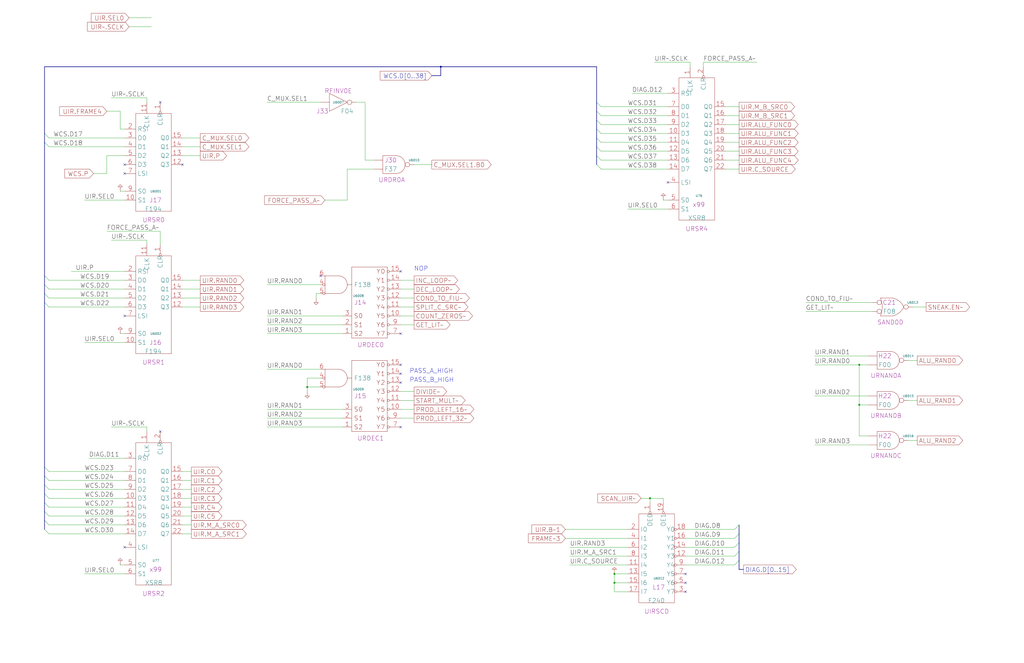
<source format=kicad_sch>
(kicad_sch (version 20230121) (generator eeschema)
  (paper "User" 584.2 378.46)
  (title_block (title "WRITABLE CONTROL STORE\\nMICRO INSTRUCTION REGISTER") (date "22-MAR-90") (rev "1.0") (comment 1 "VALUE") (comment 2 "232-003063") (comment 3 "S400") (comment 4 "RELEASED"))
  (lib_symbols
    (symbol "r1000:F00" (pin_numbers hide) (pin_names hide)
      (property "Reference" "U" (at 15.24 0 0))
      (property "Value" "F00" (at 1.905 -5.08 0))
      (property "Location" "___" (at 1.905 0 0))
      (property "Name" "______" (at 2.54 -12.7 0))
      (symbol "F00_0_1"
        (polyline (pts (xy -2.54 -7.62) (xy 5.08 -7.62)) (stroke (width 0.1524)))
        (polyline (pts (xy -2.54 2.54) (xy -2.54 -7.62)) (stroke (width 0.1524)))
        (polyline (pts (xy -2.54 2.54) (xy 5.08 2.54)) (stroke (width 0.1524)))
        (arc (start 5.08 -7.62) (mid 10.1282 -2.54) (end 5.08 2.54) (stroke (width 0.1524)))
        (circle (center 11.43 -2.54) (radius 1.27) (stroke (width 0.1524)))
      )
      (symbol "F00_0_2"
        (circle (center -3.81 -5.08) (radius 1.27) (stroke (width 0.1524)))
        (circle (center -3.81 0) (radius 1.27) (stroke (width 0.1524)))
        (arc (start -3.175 -7.62) (mid -2.134 -2.54) (end -3.175 2.54) (stroke (width 0.1524)))
        (polyline (pts (xy -3.175 -7.62) (xy 3.81 -7.62)) (stroke (width 0.1524)))
        (polyline (pts (xy -3.175 2.54) (xy 3.81 2.54)) (stroke (width 0.1524)))
        (arc (start 3.81 -7.62) (mid 7.5855 -5.8306) (end 10.16 -2.54) (stroke (width 0.1524)))
        (arc (start 10.16 -2.54) (mid 7.5827 0.7471) (end 3.81 2.54) (stroke (width 0.1524)))
      )
      (symbol "F00_1_1"
        (pin input line (at -7.62 0 0) (length 5.08) (name "D0") (number "1"))
        (pin input line (at -7.62 -5.08 0) (length 5.08) (name "D1") (number "2"))
        (pin output line (at 15.24 -2.54 180) (length 2.54) (name "Q") (number "3"))
      )
      (symbol "F00_1_2"
        (pin input line (at -7.62 0 0) (length 2.54) (name "D0") (number "1"))
        (pin input line (at -7.62 -5.08 0) (length 2.54) (name "D1") (number "2"))
        (pin output line (at 15.24 -2.54 180) (length 5.08) (name "Q") (number "3"))
      )
    )
    (symbol "r1000:F04" (pin_numbers hide) (pin_names hide)
      (property "Reference" "U" (at 0 0 0))
      (property "Value" "F04" (at 1.27 -5.08 0))
      (property "Location" "___" (at -12.7 -5.08 0))
      (property "Name" "______" (at 0 5.08 0))
      (symbol "F04_0_1"
        (polyline (pts (xy -7.62 0) (xy -5.08 0)) (stroke (width 0.1524)))
        (polyline (pts (xy -5.08 5.08) (xy -5.08 -5.08)) (stroke (width 0.1524)))
        (polyline (pts (xy 5.08 0) (xy -5.08 -5.08)) (stroke (width 0.1524)))
        (polyline (pts (xy 5.08 0) (xy -5.08 5.08)) (stroke (width 0.1524)))
        (circle (center 6.35 0) (radius 1.27) (stroke (width 0.1524)))
      )
      (symbol "F04_1_1"
        (pin input line (at -10.16 0 0) (length 2.54) (name "D0") (number "1"))
        (pin output line (at 10.16 0 180) (length 2.54) (name "Q") (number "2"))
      )
    )
    (symbol "r1000:F08" (pin_numbers hide) (pin_names hide)
      (property "Reference" "U" (at 15.24 0 0))
      (property "Value" "F08" (at 1.905 -5.08 0))
      (property "Location" "___" (at 1.905 0 0))
      (property "Name" "______" (at 2.54 -12.7 0))
      (symbol "F08_0_1"
        (polyline (pts (xy -2.54 -7.62) (xy 5.08 -7.62)) (stroke (width 0.1524)))
        (polyline (pts (xy -2.54 2.54) (xy -2.54 -7.62)) (stroke (width 0.1524)))
        (polyline (pts (xy -2.54 2.54) (xy 5.08 2.54)) (stroke (width 0.1524)))
        (arc (start 5.08 -7.62) (mid 10.1282 -2.54) (end 5.08 2.54) (stroke (width 0.1524)))
      )
      (symbol "F08_0_2"
        (circle (center -3.81 -5.08) (radius 1.27) (stroke (width 0.1524)))
        (circle (center -3.81 0) (radius 1.27) (stroke (width 0.1524)))
        (arc (start -3.175 -7.62) (mid -2.134 -2.54) (end -3.175 2.54) (stroke (width 0.1524)))
        (polyline (pts (xy -3.175 -7.62) (xy 3.81 -7.62)) (stroke (width 0.1524)))
        (polyline (pts (xy -3.175 2.54) (xy 3.81 2.54)) (stroke (width 0.1524)))
        (arc (start 3.81 -7.62) (mid 7.5855 -5.8306) (end 10.16 -2.54) (stroke (width 0.1524)))
        (arc (start 10.16 -2.54) (mid 7.5827 0.7471) (end 3.81 2.54) (stroke (width 0.1524)))
        (circle (center 11.43 -2.54) (radius 1.27) (stroke (width 0.1524)))
      )
      (symbol "F08_1_1"
        (pin input line (at -7.62 0 0) (length 5.08) (name "D0") (number "1"))
        (pin input line (at -7.62 -5.08 0) (length 5.08) (name "D1") (number "2"))
        (pin output line (at 15.24 -2.54 180) (length 5.08) (name "Q") (number "3"))
      )
      (symbol "F08_1_2"
        (pin input line (at -7.62 0 0) (length 2.54) (name "D0") (number "1"))
        (pin input line (at -7.62 -5.08 0) (length 2.54) (name "D1") (number "2"))
        (pin output line (at 15.24 -2.54 180) (length 2.54) (name "Q") (number "3"))
      )
    )
    (symbol "r1000:F138" (pin_names (offset 1.016) hide)
      (property "Reference" "U" (at 1.27 3.81 0))
      (property "Value" "F138" (at -1.27 10.16 0))
      (property "Location" "___" (at -1.27 0 0))
      (property "Name" "______" (at 8.255 -24.13 0))
      (symbol "F138_0_0"
        (arc (start -10.16 5.08) (mid -6.5679 6.5679) (end -5.08 10.16) (stroke (width 0.1524)))
        (arc (start -5.08 10.16) (mid -6.5679 13.7521) (end -10.16 15.24) (stroke (width 0.1524)))
        (polyline (pts (xy -17.78 5.08) (xy -10.16 5.08)) (stroke (width 0.1524)))
        (polyline (pts (xy -17.78 15.24) (xy -10.16 15.24)) (stroke (width 0.1524)))
      )
      (symbol "F138_0_1"
        (circle (center -18.415 5.08) (radius 0.635) (stroke (width 0.1524)))
        (circle (center -18.415 10.16) (radius 0.635) (stroke (width 0.1524)))
        (rectangle (start -2.54 20.32) (end 17.78 -20.32) (stroke (width 0.1524)))
        (polyline (pts (xy -19.05 15.24) (xy -17.78 15.24)) (stroke (width 0.1524)))
        (polyline (pts (xy -17.78 15.24) (xy -17.78 5.08)) (stroke (width 0.1524)))
        (polyline (pts (xy -2.54 10.16) (xy -5.08 10.16)) (stroke (width 0.1524)))
      )
      (symbol "F138_1_1"
        (circle (center 18.415 -17.78) (radius 0.635))
        (circle (center 18.415 -12.7) (radius 0.635))
        (circle (center 18.415 -7.62) (radius 0.635))
        (circle (center 18.415 -2.54) (radius 0.635))
        (circle (center 18.415 2.54) (radius 0.635))
        (circle (center 18.415 7.62) (radius 0.635))
        (circle (center 18.415 12.7) (radius 0.635))
        (circle (center 18.415 17.78) (radius 0.635))
        (text "0" (at 2.54 -7.62 0) (effects (font (size 2.54 2.54))))
        (text "0" (at 15.24 17.78 0) (effects (font (size 2.54 2.54))))
        (text "1" (at 2.54 -12.7 0) (effects (font (size 2.54 2.54))))
        (text "1" (at 15.24 12.7 0) (effects (font (size 2.54 2.54))))
        (text "2" (at 2.54 -17.78 0) (effects (font (size 2.54 2.54))))
        (text "2" (at 15.24 7.62 0) (effects (font (size 2.54 2.54))))
        (text "3" (at 15.24 2.54 0) (effects (font (size 2.54 2.54))))
        (text "4" (at 15.24 -2.54 0) (effects (font (size 2.54 2.54))))
        (text "5" (at 15.24 -7.62 0) (effects (font (size 2.54 2.54))))
        (text "6" (at 15.24 -12.7 0) (effects (font (size 2.54 2.54))))
        (text "7" (at 15.24 -17.78 0) (effects (font (size 2.54 2.54))))
        (text "S" (at 0 -17.78 0) (effects (font (size 2.54 2.54))))
        (text "S" (at 0 -12.7 0) (effects (font (size 2.54 2.54))))
        (text "S" (at 0 -7.62 0) (effects (font (size 2.54 2.54))))
        (text "Y" (at 12.7 -17.78 0) (effects (font (size 2.54 2.54))))
        (text "Y" (at 12.7 -12.7 0) (effects (font (size 2.54 2.54))))
        (text "Y" (at 12.7 -7.62 0) (effects (font (size 2.54 2.54))))
        (text "Y" (at 12.7 -2.54 0) (effects (font (size 2.54 2.54))))
        (text "Y" (at 12.7 2.54 0) (effects (font (size 2.54 2.54))))
        (text "Y" (at 12.7 7.62 0) (effects (font (size 2.54 2.54))))
        (text "Y" (at 12.7 12.7 0) (effects (font (size 2.54 2.54))))
        (text "Y" (at 12.7 17.78 0) (effects (font (size 2.54 2.54))))
        (pin input line (at -7.62 -17.78 0) (length 5.08) (name "S2") (number "1"))
        (pin output line (at 25.4 -7.62 180) (length 6.35) (name "Y5_") (number "10"))
        (pin output line (at 25.4 -2.54 180) (length 6.35) (name "Y4_") (number "11"))
        (pin output line (at 25.4 2.54 180) (length 6.35) (name "Y3_") (number "12"))
        (pin output line (at 25.4 7.62 180) (length 6.35) (name "Y2_") (number "13"))
        (pin output line (at 25.4 12.7 180) (length 6.35) (name "Y1_") (number "14"))
        (pin output line (at 25.4 17.78 180) (length 6.35) (name "Y0_") (number "15"))
        (pin input line (at -7.62 -12.7 0) (length 5.08) (name "S1") (number "2"))
        (pin input line (at -7.62 -7.62 0) (length 5.08) (name "S0") (number "3"))
        (pin input line (at -20.32 10.16 0) (length 1.27) (name "D1") (number "4"))
        (pin input line (at -20.32 5.08 0) (length 1.27) (name "D2") (number "5"))
        (pin input line (at -20.32 15.24 0) (length 1.27) (name "D0") (number "6"))
        (pin output line (at 25.4 -17.78 180) (length 6.35) (name "Y7_") (number "7"))
        (pin output line (at 25.4 -12.7 180) (length 6.35) (name "Y6_") (number "9"))
      )
    )
    (symbol "r1000:F194" (pin_names (offset 1.016))
      (property "Reference" "U" (at 2.54 5.08 0))
      (property "Value" "F194" (at -3.81 -5.08 0))
      (property "Location" "___" (at -1.27 0 0))
      (property "Name" "______" (at 1.27 -12.7 0))
      (symbol "F194_1_1"
        (rectangle (start -8.89 49.53) (end 11.43 -6.35))
        (circle (center 5.08 50.165) (radius 0.635))
        (pin input line (at 5.08 55.88 270) (length 5.08) (name "CLR") (number "1"))
        (pin input line (at -15.24 0 0) (length 6.35) (name "S1") (number "10"))
        (pin input line (at -2.54 55.88 270) (length 6.35) (name "CLK") (number "11"))
        (pin output line (at 17.78 20.32 180) (length 6.35) (name "Q3") (number "12"))
        (pin output line (at 17.78 25.4 180) (length 6.35) (name "Q2") (number "13"))
        (pin output line (at 17.78 30.48 180) (length 6.35) (name "Q1") (number "14"))
        (pin output line (at 17.78 35.56 180) (length 6.35) (name "Q0") (number "15"))
        (pin input line (at -15.24 40.64 0) (length 6.35) (name "RSI") (number "2"))
        (pin input line (at -15.24 35.56 0) (length 6.35) (name "D0") (number "3"))
        (pin input line (at -15.24 30.48 0) (length 6.35) (name "D1") (number "4"))
        (pin input line (at -15.24 25.4 0) (length 6.35) (name "D2") (number "5"))
        (pin input line (at -15.24 20.32 0) (length 6.35) (name "D3") (number "6"))
        (pin input line (at -15.24 15.24 0) (length 6.35) (name "LSI") (number "7"))
        (pin input line (at -15.24 5.08 0) (length 6.35) (name "S0") (number "9"))
      )
    )
    (symbol "r1000:F240" (pin_names (offset 1.016))
      (property "Reference" "U" (at 2.54 5.08 0))
      (property "Value" "F240" (at -3.81 -7.62 0))
      (property "Location" "___" (at -1.27 0 0))
      (property "Name" "______" (at 1.27 -15.24 0))
      (symbol "F240_1_1"
        (rectangle (start -8.89 41.91) (end 11.43 -8.89))
        (circle (center -2.54 42.545) (radius 0.635))
        (circle (center 5.08 42.545) (radius 0.635))
        (circle (center 12.065 -2.54) (radius 0.635))
        (circle (center 12.065 2.54) (radius 0.635))
        (circle (center 12.065 7.62) (radius 0.635))
        (circle (center 12.065 12.7) (radius 0.635))
        (circle (center 12.065 17.78) (radius 0.635))
        (circle (center 12.065 22.86) (radius 0.635))
        (circle (center 12.065 27.94) (radius 0.635))
        (circle (center 12.065 33.02) (radius 0.635))
        (pin input line (at -2.54 48.26 270) (length 5.08) (name "OE0") (number "1"))
        (pin input line (at -15.24 12.7 0) (length 6.35) (name "I4") (number "11"))
        (pin tri_state line (at 17.78 17.78 180) (length 5.08) (name "Y3") (number "12"))
        (pin input line (at -15.24 7.62 0) (length 6.35) (name "I5") (number "13"))
        (pin tri_state line (at 17.78 22.86 180) (length 5.08) (name "Y2") (number "14"))
        (pin input line (at -15.24 2.54 0) (length 6.35) (name "I6") (number "15"))
        (pin tri_state line (at 17.78 27.94 180) (length 5.08) (name "Y1") (number "16"))
        (pin input line (at -15.24 -2.54 0) (length 6.35) (name "I7") (number "17"))
        (pin tri_state line (at 17.78 33.02 180) (length 5.08) (name "Y0") (number "18"))
        (pin input line (at 5.08 48.26 270) (length 5.08) (name "OE1") (number "19"))
        (pin input line (at -15.24 33.02 0) (length 6.35) (name "I0") (number "2"))
        (pin tri_state line (at 17.78 -2.54 180) (length 5.08) (name "Y7") (number "3"))
        (pin input line (at -15.24 27.94 0) (length 6.35) (name "I1") (number "4"))
        (pin tri_state line (at 17.78 2.54 180) (length 5.08) (name "Y6") (number "5"))
        (pin input line (at -15.24 22.86 0) (length 6.35) (name "I2") (number "6"))
        (pin tri_state line (at 17.78 7.62 180) (length 5.08) (name "Y5") (number "7"))
        (pin input line (at -15.24 17.78 0) (length 6.35) (name "I3") (number "8"))
        (pin tri_state line (at 17.78 12.7 180) (length 5.08) (name "Y4") (number "9"))
      )
    )
    (symbol "r1000:F37" (pin_numbers hide) (pin_names (offset 0) hide)
      (property "Reference" "U" (at 15.24 0 0))
      (property "Value" "F37" (at 1.905 -5.08 0))
      (property "Location" "___" (at 1.905 0 0))
      (property "Name" "______" (at 2.54 -12.7 0))
      (symbol "F37_0_1"
        (polyline (pts (xy -2.54 -7.62) (xy 5.08 -7.62)) (stroke (width 0.1524)))
        (polyline (pts (xy -2.54 2.54) (xy -2.54 -7.62)) (stroke (width 0.1524)))
        (polyline (pts (xy -2.54 2.54) (xy 5.08 2.54)) (stroke (width 0.1524)))
        (arc (start 5.08 -7.62) (mid 10.1282 -2.54) (end 5.08 2.54) (stroke (width 0.1524)))
        (circle (center 11.43 -2.54) (radius 1.27) (stroke (width 0.1524)))
      )
      (symbol "F37_0_2"
        (circle (center -3.81 -5.08) (radius 1.27) (stroke (width 0.1524)))
        (circle (center -3.81 0) (radius 1.27) (stroke (width 0.1524)))
        (arc (start -3.175 -7.62) (mid -2.134 -2.54) (end -3.175 2.54) (stroke (width 0.1524)))
        (polyline (pts (xy -3.175 -7.62) (xy 3.81 -7.62)) (stroke (width 0.1524)))
        (polyline (pts (xy -3.175 2.54) (xy 3.81 2.54)) (stroke (width 0.1524)))
        (arc (start 3.81 -7.62) (mid 7.5855 -5.8306) (end 10.16 -2.54) (stroke (width 0.1524)))
        (arc (start 10.16 -2.54) (mid 7.5827 0.7471) (end 3.81 2.54) (stroke (width 0.1524)))
      )
      (symbol "F37_1_1"
        (pin input line (at -7.62 0 0) (length 5.08) (name "D0") (number "1"))
        (pin input line (at -7.62 -5.08 0) (length 5.08) (name "D1") (number "2"))
        (pin output line (at 15.24 -2.54 180) (length 2.54) (name "Q") (number "3"))
      )
      (symbol "F37_1_2"
        (pin input line (at -7.62 0 0) (length 2.54) (name "D0") (number "1"))
        (pin input line (at -7.62 -5.08 0) (length 2.54) (name "D1") (number "2"))
        (pin output line (at 15.24 -2.54 180) (length 5.08) (name "Q") (number "3"))
      )
    )
    (symbol "r1000:PD" (power) (pin_numbers hide) (pin_names hide) (in_bom no)
      (symbol "PD_0_1"
        (polyline (pts (xy 0 -2.54) (xy 1.27 -2.54) (xy 0 -3.81) (xy -1.27 -2.54) (xy 0 -2.54)) (stroke (width 0.1524)))
      )
      (symbol "PD_1_1"
        (pin power_in line (at 0 0 270) (length 2.54) (name "PD") (number "1"))
      )
    )
    (symbol "r1000:PU" (power) (pin_numbers hide) (pin_names hide)
      (symbol "PU_0_1"
        (polyline (pts (xy 0 2.54) (xy -1.27 2.54) (xy 0 3.81) (xy 1.27 2.54) (xy 0 2.54)) (stroke (width 0.1524)))
      )
      (symbol "PU_1_1"
        (pin power_in line (at 0 0 90) (length 2.54) (name "PU") (number "1"))
      )
    )
    (symbol "r1000:XSR8" (pin_names (offset 1.016))
      (property "Reference" "U" (at 2.54 5.08 0))
      (property "Value" "XSR8" (at -3.81 -7.62 0))
      (property "Location" "___" (at -1.27 0 0))
      (property "Name" "______" (at 1.27 -15.24 0))
      (symbol "XSR8_1_1"
        (rectangle (start -8.89 72.39) (end 11.43 -8.89))
        (circle (center 5.08 73.025) (radius 0.635))
        (pin input line (at -2.54 78.74 270) (length 6.35) (name "CLK") (number "1"))
        (pin input line (at -15.24 40.64 0) (length 6.35) (name "D3") (number "10"))
        (pin input line (at -15.24 35.56 0) (length 6.35) (name "D4") (number "11"))
        (pin input line (at -15.24 30.48 0) (length 6.35) (name "D5") (number "12"))
        (pin input line (at -15.24 25.4 0) (length 6.35) (name "D6") (number "13"))
        (pin input line (at -15.24 20.32 0) (length 6.35) (name "D7") (number "14"))
        (pin output line (at 17.78 55.88 180) (length 6.35) (name "Q0") (number "15"))
        (pin output line (at 17.78 50.8 180) (length 6.35) (name "Q1") (number "16"))
        (pin output line (at 17.78 45.72 180) (length 6.35) (name "Q2") (number "17"))
        (pin output line (at 17.78 40.64 180) (length 6.35) (name "Q3") (number "18"))
        (pin output line (at 17.78 35.56 180) (length 6.35) (name "Q4") (number "19"))
        (pin input line (at 5.08 78.74 270) (length 5.08) (name "CLR") (number "2"))
        (pin output line (at 17.78 30.48 180) (length 6.35) (name "Q5") (number "20"))
        (pin output line (at 17.78 25.4 180) (length 6.35) (name "Q6") (number "21"))
        (pin output line (at 17.78 20.32 180) (length 6.35) (name "Q7") (number "22"))
        (pin input line (at -15.24 63.5 0) (length 6.35) (name "RSI") (number "3"))
        (pin input line (at -15.24 12.7 0) (length 6.35) (name "LSI") (number "4"))
        (pin input line (at -15.24 2.54 0) (length 6.35) (name "S0") (number "5"))
        (pin input line (at -15.24 -2.54 0) (length 6.35) (name "S1") (number "6"))
        (pin input line (at -15.24 55.88 0) (length 6.35) (name "D0") (number "7"))
        (pin input line (at -15.24 50.8 0) (length 6.35) (name "D1") (number "8"))
        (pin input line (at -15.24 45.72 0) (length 6.35) (name "D2") (number "9"))
      )
    )
  )
  (junction (at 490.22 208.28))
  (junction (at 251.46 38.1))
  (junction (at 350.52 332.74))
  (junction (at 370.84 284.48))
  (junction (at 490.22 231.14))
  (junction (at 350.52 327.66))
  (junction (at 175.26 220.98))
  (no_connect (at 391.16 327.66))
  (no_connect (at 71.12 93.98))
  (no_connect (at 91.44 246.38))
  (no_connect (at 228.6 218.44))
  (no_connect (at 71.12 99.06))
  (no_connect (at 228.6 208.28))
  (no_connect (at 391.16 332.74))
  (no_connect (at 91.44 58.42))
  (no_connect (at 71.12 180.34))
  (no_connect (at 228.6 190.5))
  (no_connect (at 228.6 213.36))
  (no_connect (at 391.16 337.82))
  (no_connect (at 182.88 157.48))
  (no_connect (at 228.6 243.84))
  (no_connect (at 71.12 312.42))
  (no_connect (at 381 104.14))
  (no_connect (at 228.6 154.94))
  (no_connect (at 104.14 93.98))
  (bus_entry (at 25.4 81.28) (size 2.54 2.54))
  (bus_entry (at 421.64 304.8) (size -2.54 2.54))
  (bus_entry (at 25.4 162.56) (size 2.54 2.54))
  (bus_entry (at 25.4 167.64) (size 2.54 2.54))
  (bus_entry (at 25.4 276.86) (size 2.54 2.54))
  (bus_entry (at 340.36 78.74) (size 2.54 2.54))
  (bus_entry (at 421.64 309.88) (size -2.54 2.54))
  (bus_entry (at 25.4 302.26) (size 2.54 2.54))
  (bus_entry (at 25.4 266.7) (size 2.54 2.54))
  (bus_entry (at 25.4 297.18) (size 2.54 2.54))
  (bus_entry (at 421.64 299.72) (size -2.54 2.54))
  (bus_entry (at 340.36 73.66) (size 2.54 2.54))
  (bus_entry (at 25.4 271.78) (size 2.54 2.54))
  (bus_entry (at 25.4 292.1) (size 2.54 2.54))
  (bus_entry (at 340.36 88.9) (size 2.54 2.54))
  (bus_entry (at 421.64 320.04) (size -2.54 2.54))
  (bus_entry (at 340.36 68.58) (size 2.54 2.54))
  (bus_entry (at 340.36 93.98) (size 2.54 2.54))
  (bus_entry (at 25.4 76.2) (size 2.54 2.54))
  (bus_entry (at 340.36 63.5) (size 2.54 2.54))
  (bus_entry (at 25.4 157.48) (size 2.54 2.54))
  (bus_entry (at 340.36 58.42) (size 2.54 2.54))
  (bus_entry (at 421.64 314.96) (size -2.54 2.54))
  (bus_entry (at 25.4 287.02) (size 2.54 2.54))
  (bus_entry (at 25.4 172.72) (size 2.54 2.54))
  (bus_entry (at 340.36 83.82) (size 2.54 2.54))
  (bus_entry (at 25.4 281.94) (size 2.54 2.54))
  (bus (pts (xy 251.46 43.18) (xy 251.46 38.1)))
  (wire (pts (xy 342.9 66.04) (xy 381 66.04)))
  (wire (pts (xy 27.94 269.24) (xy 71.12 269.24)))
  (bus (pts (xy 421.64 309.88) (xy 421.64 314.96)))
  (wire (pts (xy 325.12 317.5) (xy 358.14 317.5)))
  (wire (pts (xy 203.2 58.42) (xy 208.28 58.42)))
  (bus (pts (xy 25.4 292.1) (xy 25.4 297.18)))
  (bus (pts (xy 421.64 314.96) (xy 421.64 320.04)))
  (wire (pts (xy 208.28 91.44) (xy 213.36 91.44)))
  (wire (pts (xy 459.74 177.8) (xy 497.84 177.8)))
  (wire (pts (xy 322.58 302.26) (xy 358.14 302.26)))
  (wire (pts (xy 393.7 35.56) (xy 393.7 38.1)))
  (bus (pts (xy 340.36 73.66) (xy 340.36 78.74)))
  (wire (pts (xy 350.52 332.74) (xy 350.52 327.66)))
  (wire (pts (xy 152.4 185.42) (xy 195.58 185.42)))
  (wire (pts (xy 378.46 284.48) (xy 378.46 287.02)))
  (wire (pts (xy 27.94 160.02) (xy 71.12 160.02)))
  (wire (pts (xy 378.46 114.3) (xy 381 114.3)))
  (wire (pts (xy 83.82 139.7) (xy 83.82 137.16)))
  (wire (pts (xy 73.66 15.24) (xy 86.36 15.24)))
  (bus (pts (xy 421.64 304.8) (xy 421.64 309.88)))
  (wire (pts (xy 50.8 261.62) (xy 71.12 261.62)))
  (bus (pts (xy 251.46 38.1) (xy 340.36 38.1)))
  (wire (pts (xy 152.4 180.34) (xy 195.58 180.34)))
  (wire (pts (xy 152.4 190.5) (xy 195.58 190.5)))
  (wire (pts (xy 104.14 269.24) (xy 109.22 269.24)))
  (wire (pts (xy 520.7 175.26) (xy 528.32 175.26)))
  (wire (pts (xy 518.16 205.74) (xy 523.24 205.74)))
  (wire (pts (xy 401.32 35.56) (xy 401.32 38.1)))
  (bus (pts (xy 340.36 63.5) (xy 340.36 68.58)))
  (bus (pts (xy 25.4 172.72) (xy 25.4 266.7)))
  (wire (pts (xy 490.22 231.14) (xy 495.3 231.14)))
  (wire (pts (xy 228.6 185.42) (xy 236.22 185.42)))
  (wire (pts (xy 104.14 304.8) (xy 109.22 304.8)))
  (bus (pts (xy 25.4 38.1) (xy 25.4 76.2)))
  (wire (pts (xy 342.9 71.12) (xy 381 71.12)))
  (wire (pts (xy 152.4 210.82) (xy 182.88 210.82)))
  (wire (pts (xy 342.9 76.2) (xy 381 76.2)))
  (wire (pts (xy 208.28 58.42) (xy 208.28 91.44)))
  (wire (pts (xy 213.36 96.52) (xy 198.12 96.52)))
  (wire (pts (xy 60.96 88.9) (xy 71.12 88.9)))
  (wire (pts (xy 27.94 83.82) (xy 71.12 83.82)))
  (wire (pts (xy 228.6 170.18) (xy 236.22 170.18)))
  (wire (pts (xy 228.6 175.26) (xy 236.22 175.26)))
  (wire (pts (xy 518.16 228.6) (xy 523.24 228.6)))
  (wire (pts (xy 104.14 88.9) (xy 114.3 88.9)))
  (wire (pts (xy 228.6 228.6) (xy 236.22 228.6)))
  (wire (pts (xy 325.12 322.58) (xy 358.14 322.58)))
  (bus (pts (xy 25.4 276.86) (xy 25.4 281.94)))
  (wire (pts (xy 104.14 279.4) (xy 109.22 279.4)))
  (wire (pts (xy 152.4 58.42) (xy 182.88 58.42)))
  (wire (pts (xy 236.22 93.98) (xy 246.38 93.98)))
  (wire (pts (xy 228.6 160.02) (xy 236.22 160.02)))
  (wire (pts (xy 68.58 190.5) (xy 71.12 190.5)))
  (wire (pts (xy 91.44 132.08) (xy 91.44 139.7)))
  (wire (pts (xy 391.16 312.42) (xy 419.1 312.42)))
  (wire (pts (xy 60.96 99.06) (xy 60.96 88.9)))
  (wire (pts (xy 68.58 63.5) (xy 68.58 73.66)))
  (bus (pts (xy 25.4 157.48) (xy 25.4 162.56)))
  (wire (pts (xy 60.96 132.08) (xy 91.44 132.08)))
  (wire (pts (xy 175.26 220.98) (xy 182.88 220.98)))
  (wire (pts (xy 350.52 332.74) (xy 358.14 332.74)))
  (wire (pts (xy 175.26 223.52) (xy 175.26 220.98)))
  (wire (pts (xy 152.4 233.68) (xy 195.58 233.68)))
  (bus (pts (xy 25.4 81.28) (xy 25.4 157.48)))
  (wire (pts (xy 68.58 109.22) (xy 71.12 109.22)))
  (wire (pts (xy 464.82 226.06) (xy 495.3 226.06)))
  (wire (pts (xy 391.16 317.5) (xy 419.1 317.5)))
  (wire (pts (xy 175.26 215.9) (xy 182.88 215.9)))
  (wire (pts (xy 180.34 167.64) (xy 180.34 170.18)))
  (bus (pts (xy 340.36 88.9) (xy 340.36 93.98)))
  (wire (pts (xy 27.94 289.56) (xy 71.12 289.56)))
  (wire (pts (xy 104.14 78.74) (xy 114.3 78.74)))
  (bus (pts (xy 25.4 271.78) (xy 25.4 276.86)))
  (wire (pts (xy 27.94 279.4) (xy 71.12 279.4)))
  (wire (pts (xy 414.02 91.44) (xy 421.64 91.44)))
  (wire (pts (xy 185.42 114.3) (xy 198.12 114.3)))
  (bus (pts (xy 25.4 297.18) (xy 25.4 302.26)))
  (wire (pts (xy 342.9 86.36) (xy 381 86.36)))
  (wire (pts (xy 27.94 170.18) (xy 71.12 170.18)))
  (wire (pts (xy 63.5 55.88) (xy 83.82 55.88)))
  (wire (pts (xy 342.9 60.96) (xy 381 60.96)))
  (wire (pts (xy 495.3 248.92) (xy 490.22 248.92)))
  (bus (pts (xy 25.4 281.94) (xy 25.4 287.02)))
  (bus (pts (xy 421.64 299.72) (xy 421.64 304.8)))
  (wire (pts (xy 414.02 66.04) (xy 421.64 66.04)))
  (wire (pts (xy 152.4 162.56) (xy 182.88 162.56)))
  (wire (pts (xy 104.14 289.56) (xy 109.22 289.56)))
  (wire (pts (xy 228.6 165.1) (xy 236.22 165.1)))
  (wire (pts (xy 342.9 81.28) (xy 381 81.28)))
  (wire (pts (xy 414.02 81.28) (xy 421.64 81.28)))
  (wire (pts (xy 490.22 248.92) (xy 490.22 231.14)))
  (wire (pts (xy 370.84 284.48) (xy 378.46 284.48)))
  (wire (pts (xy 464.82 203.2) (xy 495.3 203.2)))
  (bus (pts (xy 421.64 325.12) (xy 424.18 325.12)))
  (wire (pts (xy 27.94 78.74) (xy 71.12 78.74)))
  (bus (pts (xy 25.4 76.2) (xy 25.4 81.28)))
  (wire (pts (xy 228.6 180.34) (xy 236.22 180.34)))
  (wire (pts (xy 228.6 238.76) (xy 236.22 238.76)))
  (bus (pts (xy 25.4 38.1) (xy 251.46 38.1)))
  (wire (pts (xy 182.88 167.64) (xy 180.34 167.64)))
  (wire (pts (xy 490.22 231.14) (xy 490.22 208.28)))
  (wire (pts (xy 228.6 223.52) (xy 236.22 223.52)))
  (wire (pts (xy 360.68 53.34) (xy 381 53.34)))
  (wire (pts (xy 27.94 274.32) (xy 71.12 274.32)))
  (bus (pts (xy 340.36 83.82) (xy 340.36 88.9)))
  (wire (pts (xy 27.94 165.1) (xy 71.12 165.1)))
  (wire (pts (xy 48.26 327.66) (xy 71.12 327.66)))
  (wire (pts (xy 414.02 76.2) (xy 421.64 76.2)))
  (wire (pts (xy 414.02 86.36) (xy 421.64 86.36)))
  (wire (pts (xy 175.26 220.98) (xy 175.26 215.9)))
  (wire (pts (xy 40.64 154.94) (xy 71.12 154.94)))
  (wire (pts (xy 68.58 322.58) (xy 71.12 322.58)))
  (wire (pts (xy 228.6 233.68) (xy 236.22 233.68)))
  (bus (pts (xy 25.4 266.7) (xy 25.4 271.78)))
  (wire (pts (xy 27.94 175.26) (xy 71.12 175.26)))
  (bus (pts (xy 246.38 43.18) (xy 251.46 43.18)))
  (wire (pts (xy 464.82 208.28) (xy 490.22 208.28)))
  (wire (pts (xy 53.34 99.06) (xy 60.96 99.06)))
  (wire (pts (xy 27.94 304.8) (xy 71.12 304.8)))
  (wire (pts (xy 350.52 327.66) (xy 358.14 327.66)))
  (wire (pts (xy 83.82 58.42) (xy 83.82 55.88)))
  (wire (pts (xy 342.9 96.52) (xy 381 96.52)))
  (wire (pts (xy 414.02 96.52) (xy 421.64 96.52)))
  (wire (pts (xy 391.16 307.34) (xy 419.1 307.34)))
  (wire (pts (xy 104.14 299.72) (xy 109.22 299.72)))
  (wire (pts (xy 365.76 284.48) (xy 370.84 284.48)))
  (wire (pts (xy 358.14 337.82) (xy 350.52 337.82)))
  (wire (pts (xy 104.14 284.48) (xy 109.22 284.48)))
  (wire (pts (xy 431.8 35.56) (xy 401.32 35.56)))
  (wire (pts (xy 518.16 251.46) (xy 523.24 251.46)))
  (wire (pts (xy 104.14 274.32) (xy 109.22 274.32)))
  (wire (pts (xy 373.38 35.56) (xy 393.7 35.56)))
  (wire (pts (xy 391.16 322.58) (xy 419.1 322.58)))
  (bus (pts (xy 340.36 38.1) (xy 340.36 58.42)))
  (wire (pts (xy 464.82 254) (xy 495.3 254)))
  (wire (pts (xy 27.94 284.48) (xy 71.12 284.48)))
  (wire (pts (xy 414.02 60.96) (xy 421.64 60.96)))
  (wire (pts (xy 27.94 294.64) (xy 71.12 294.64)))
  (wire (pts (xy 358.14 119.38) (xy 381 119.38)))
  (wire (pts (xy 104.14 294.64) (xy 109.22 294.64)))
  (bus (pts (xy 340.36 78.74) (xy 340.36 83.82)))
  (wire (pts (xy 322.58 307.34) (xy 358.14 307.34)))
  (wire (pts (xy 104.14 165.1) (xy 114.3 165.1)))
  (bus (pts (xy 25.4 162.56) (xy 25.4 167.64)))
  (bus (pts (xy 25.4 167.64) (xy 25.4 172.72)))
  (wire (pts (xy 48.26 195.58) (xy 71.12 195.58)))
  (wire (pts (xy 63.5 243.84) (xy 83.82 243.84)))
  (wire (pts (xy 63.5 137.16) (xy 83.82 137.16)))
  (wire (pts (xy 198.12 96.52) (xy 198.12 114.3)))
  (wire (pts (xy 83.82 243.84) (xy 83.82 246.38)))
  (wire (pts (xy 350.52 337.82) (xy 350.52 332.74)))
  (wire (pts (xy 325.12 312.42) (xy 358.14 312.42)))
  (wire (pts (xy 60.96 63.5) (xy 68.58 63.5)))
  (wire (pts (xy 104.14 170.18) (xy 114.3 170.18)))
  (wire (pts (xy 152.4 238.76) (xy 195.58 238.76)))
  (wire (pts (xy 342.9 91.44) (xy 381 91.44)))
  (wire (pts (xy 104.14 83.82) (xy 114.3 83.82)))
  (wire (pts (xy 73.66 10.16) (xy 86.36 10.16)))
  (wire (pts (xy 104.14 160.02) (xy 114.3 160.02)))
  (wire (pts (xy 48.26 114.3) (xy 71.12 114.3)))
  (bus (pts (xy 340.36 68.58) (xy 340.36 73.66)))
  (wire (pts (xy 414.02 71.12) (xy 421.64 71.12)))
  (bus (pts (xy 25.4 287.02) (xy 25.4 292.1)))
  (wire (pts (xy 68.58 73.66) (xy 71.12 73.66)))
  (wire (pts (xy 152.4 243.84) (xy 195.58 243.84)))
  (wire (pts (xy 104.14 175.26) (xy 114.3 175.26)))
  (wire (pts (xy 391.16 302.26) (xy 419.1 302.26)))
  (wire (pts (xy 27.94 299.72) (xy 71.12 299.72)))
  (bus (pts (xy 421.64 320.04) (xy 421.64 325.12)))
  (wire (pts (xy 459.74 172.72) (xy 497.84 172.72)))
  (wire (pts (xy 490.22 208.28) (xy 495.3 208.28)))
  (wire (pts (xy 370.84 284.48) (xy 370.84 287.02)))
  (bus (pts (xy 340.36 58.42) (xy 340.36 63.5)))
  (text "PASS_A_HIGH\n" (at 233.68 213.36 0) (effects (font (size 2.54 2.54)) (justify left bottom)))
  (text "NOP\n" (at 236.22 154.94 0) (effects (font (size 2.54 2.54)) (justify left bottom)))
  (text "PASS_B_HIGH\n" (at 233.68 218.44 0) (effects (font (size 2.54 2.54)) (justify left bottom)))
  (label "WCS.D33" (at 358.14 71.12 0) (effects (font (size 2.54 2.54))))
  (label "UIR~.SCLK" (at 63.5 243.84 0) (effects (font (size 2.54 2.54))))
  (label "UIR.RAND3" (at 152.4 243.84 0) (effects (font (size 2.54 2.54))))
  (label "UIR.RAND0" (at 152.4 210.82 0) (effects (font (size 2.54 2.54))))
  (label "UIR.RAND1" (at 464.82 203.2 0) (effects (font (size 2.54 2.54))))
  (label "DIAG.D9" (at 396.24 307.34 0) (effects (font (size 2.54 2.54))))
  (label "UIR~.SCLK" (at 63.5 137.16 0) (effects (font (size 2.54 2.54))))
  (label "WCS.D18" (at 30.48 83.82 0) (effects (font (size 2.54 2.54))))
  (label "WCS.D32" (at 358.14 66.04 0) (effects (font (size 2.54 2.54))))
  (label "WCS.D20" (at 45.72 165.1 0) (effects (font (size 2.54 2.54))))
  (label "DIAG.D10" (at 396.24 312.42 0) (effects (font (size 2.54 2.54))))
  (label "DIAG.D12" (at 360.68 53.34 0) (effects (font (size 2.54 2.54))))
  (label "UIR.RAND3" (at 325.12 312.42 0) (effects (font (size 2.54 2.54))))
  (label "WCS.D26" (at 48.26 284.48 0) (effects (font (size 2.54 2.54))))
  (label "WCS.D28" (at 48.26 294.64 0) (effects (font (size 2.54 2.54))))
  (label "UIR.P" (at 43.18 154.94 0) (effects (font (size 2.54 2.54))))
  (label "UIR.SEL0" (at 48.26 327.66 0) (effects (font (size 2.54 2.54))))
  (label "WCS.D34" (at 358.14 76.2 0) (effects (font (size 2.54 2.54))))
  (label "DIAG.D12" (at 396.24 322.58 0) (effects (font (size 2.54 2.54))))
  (label "COND_TO_FIU~" (at 459.74 172.72 0) (effects (font (size 2.54 2.54))))
  (label "WCS.D19" (at 45.72 160.02 0) (effects (font (size 2.54 2.54))))
  (label "UIR.RAND1" (at 152.4 180.34 0) (effects (font (size 2.54 2.54))))
  (label "UIR.RAND0" (at 152.4 162.56 0) (effects (font (size 2.54 2.54))))
  (label "WCS.D31" (at 358.14 60.96 0) (effects (font (size 2.54 2.54))))
  (label "UIR.RAND2" (at 464.82 226.06 0) (effects (font (size 2.54 2.54))))
  (label "UIR~.SCLK" (at 373.38 35.56 0) (effects (font (size 2.54 2.54))))
  (label "GET_LIT~" (at 459.74 177.8 0) (effects (font (size 2.54 2.54))))
  (label "UIR.RAND3" (at 464.82 254 0) (effects (font (size 2.54 2.54))))
  (label "WCS.D17" (at 30.48 78.74 0) (effects (font (size 2.54 2.54))))
  (label "UIR.SEL0" (at 48.26 114.3 0) (effects (font (size 2.54 2.54))))
  (label "UIR.M_A_SRC1" (at 325.12 317.5 0) (effects (font (size 2.54 2.54))))
  (label "UIR.SEL0" (at 48.26 195.58 0) (effects (font (size 2.54 2.54))))
  (label "DIAG.D11" (at 396.24 317.5 0) (effects (font (size 2.54 2.54))))
  (label "WCS.D35" (at 358.14 81.28 0) (effects (font (size 2.54 2.54))))
  (label "DIAG.D11" (at 50.8 261.62 0) (effects (font (size 2.54 2.54))))
  (label "WCS.D23" (at 48.26 269.24 0) (effects (font (size 2.54 2.54))))
  (label "WCS.D24" (at 48.26 274.32 0) (effects (font (size 2.54 2.54))))
  (label "UIR.C_SOURCE" (at 325.12 322.58 0) (effects (font (size 2.54 2.54))))
  (label "WCS.D38" (at 358.14 96.52 0) (effects (font (size 2.54 2.54))))
  (label "WCS.D22" (at 45.72 175.26 0) (effects (font (size 2.54 2.54))))
  (label "WCS.D27" (at 48.26 289.56 0) (effects (font (size 2.54 2.54))))
  (label "UIR.RAND2" (at 152.4 185.42 0) (effects (font (size 2.54 2.54))))
  (label "UIR.SEL0" (at 358.14 119.38 0) (effects (font (size 2.54 2.54))))
  (label "WCS.D37" (at 358.14 91.44 0) (effects (font (size 2.54 2.54))))
  (label "DIAG.D8" (at 396.24 302.26 0) (effects (font (size 2.54 2.54))))
  (label "WCS.D30" (at 48.26 304.8 0) (effects (font (size 2.54 2.54))))
  (label "UIR.RAND0" (at 464.82 208.28 0) (effects (font (size 2.54 2.54))))
  (label "FORCE_PASS_A~" (at 60.96 132.08 0) (effects (font (size 2.54 2.54))))
  (label "WCS.D25" (at 48.26 279.4 0) (effects (font (size 2.54 2.54))))
  (label "UIR.RAND1" (at 152.4 233.68 0) (effects (font (size 2.54 2.54))))
  (label "WCS.D29" (at 48.26 299.72 0) (effects (font (size 2.54 2.54))))
  (label "WCS.D36" (at 358.14 86.36 0) (effects (font (size 2.54 2.54))))
  (label "UIR~.SCLK" (at 63.5 55.88 0) (effects (font (size 2.54 2.54))))
  (label "UIR.RAND3" (at 152.4 190.5 0) (effects (font (size 2.54 2.54))))
  (label "UIR.RAND2" (at 152.4 238.76 0) (effects (font (size 2.54 2.54))))
  (label "FORCE_PASS_A~" (at 401.32 35.56 0) (effects (font (size 2.54 2.54))))
  (label "C_MUX.SEL1" (at 152.4 58.42 0) (effects (font (size 2.54 2.54))))
  (label "WCS.D21" (at 45.72 170.18 0) (effects (font (size 2.54 2.54))))
  (global_label "WCS.P" (shape input) (at 53.34 99.06 180) (effects (font (size 2.54 2.54))) (property "Intersheetrefs" "${INTERSHEET_REFS}" (at 36.9026 98.9013 0) (effects (font (size 1.905 1.905)) (justify right))))
  (global_label "UIR.C0" (shape output) (at 109.22 269.24 0) (effects (font (size 2.54 2.54))) (property "Intersheetrefs" "${INTERSHEET_REFS}" (at 126.625 269.0813 0) (effects (font (size 1.905 1.905)) (justify left))))
  (global_label "UIR.M_A_SRC0" (shape output) (at 109.22 299.72 0) (effects (font (size 2.54 2.54))) (property "Intersheetrefs" "${INTERSHEET_REFS}" (at 140.5346 299.5613 0) (effects (font (size 1.905 1.905)) (justify left))))
  (global_label "UIR.C4" (shape output) (at 109.22 289.56 0) (effects (font (size 2.54 2.54))) (property "Intersheetrefs" "${INTERSHEET_REFS}" (at 126.625 289.4013 0) (effects (font (size 1.905 1.905)) (justify left))))
  (global_label "C_MUX.SEL1" (shape output) (at 114.3 83.82 0) (effects (font (size 2.54 2.54))) (property "Intersheetrefs" "${INTERSHEET_REFS}" (at 141.986 83.6613 0) (effects (font (size 1.905 1.905)) (justify left))))
  (global_label "UIR.M_A_SRC1" (shape output) (at 109.22 304.8 0) (effects (font (size 2.54 2.54))) (property "Intersheetrefs" "${INTERSHEET_REFS}" (at 140.5346 304.6413 0) (effects (font (size 1.905 1.905)) (justify left))))
  (global_label "C_MUX.SEL1.B0" (shape output) (at 246.38 93.98 0) (effects (font (size 2.54 2.54))) (property "Intersheetrefs" "${INTERSHEET_REFS}" (at 280.2346 93.8213 0) (effects (font (size 1.905 1.905)) (justify left))))
  (global_label "UIR.M_B_SRC0" (shape output) (at 421.64 60.96 0) (effects (font (size 2.54 2.54))) (property "Intersheetrefs" "${INTERSHEET_REFS}" (at 453.3174 60.8013 0) (effects (font (size 1.905 1.905)) (justify left))))
  (global_label "UIR.C3" (shape output) (at 109.22 284.48 0) (effects (font (size 2.54 2.54))) (property "Intersheetrefs" "${INTERSHEET_REFS}" (at 126.625 284.3213 0) (effects (font (size 1.905 1.905)) (justify left))))
  (global_label "UIR.SEL0" (shape input) (at 73.66 10.16 180) (effects (font (size 2.54 2.54))) (property "Intersheetrefs" "${INTERSHEET_REFS}" (at 52.0216 10.0013 0) (effects (font (size 1.905 1.905)) (justify right))))
  (global_label "COUNT_ZEROS~" (shape output) (at 236.22 180.34 0) (effects (font (size 2.54 2.54))) (property "Intersheetrefs" "${INTERSHEET_REFS}" (at 269.5908 180.1813 0) (effects (font (size 1.905 1.905)) (justify left))))
  (global_label "UIR.RAND3" (shape output) (at 114.3 175.26 0) (effects (font (size 2.54 2.54))) (property "Intersheetrefs" "${INTERSHEET_REFS}" (at 139.0831 175.1013 0) (effects (font (size 1.905 1.905)) (justify left))))
  (global_label "SPLIT_C_SRC~" (shape output) (at 236.22 175.26 0) (effects (font (size 2.54 2.54))) (property "Intersheetrefs" "${INTERSHEET_REFS}" (at 266.9298 175.1013 0) (effects (font (size 1.905 1.905)) (justify left))))
  (global_label "UIR.RAND0" (shape output) (at 114.3 160.02 0) (effects (font (size 2.54 2.54))) (property "Intersheetrefs" "${INTERSHEET_REFS}" (at 139.0831 159.8613 0) (effects (font (size 1.905 1.905)) (justify left))))
  (global_label "UIR.FRAME4" (shape input) (at 60.96 63.5 180) (effects (font (size 2.54 2.54))) (property "Intersheetrefs" "${INTERSHEET_REFS}" (at 33.9997 63.3413 0) (effects (font (size 1.905 1.905)) (justify right))))
  (global_label "UIR~.SCLK" (shape input) (at 73.66 15.24 180) (effects (font (size 2.54 2.54))) (property "Intersheetrefs" "${INTERSHEET_REFS}" (at 43.6759 15.0813 0) (effects (font (size 1.905 1.905)) (justify right))))
  (global_label "UIR.M_B_SRC1" (shape output) (at 421.64 66.04 0) (effects (font (size 2.54 2.54))) (property "Intersheetrefs" "${INTERSHEET_REFS}" (at 453.3174 65.8813 0) (effects (font (size 1.905 1.905)) (justify left))))
  (global_label "UIR.C_SOURCE" (shape output) (at 421.64 96.52 0) (effects (font (size 2.54 2.54))) (property "Intersheetrefs" "${INTERSHEET_REFS}" (at 453.6803 96.3613 0) (effects (font (size 1.905 1.905)) (justify left))))
  (global_label "UIR.C5" (shape output) (at 109.22 294.64 0) (effects (font (size 2.54 2.54))) (property "Intersheetrefs" "${INTERSHEET_REFS}" (at 126.625 294.4813 0) (effects (font (size 1.905 1.905)) (justify left))))
  (global_label "UIR.ALU_FUNC2" (shape output) (at 421.64 81.28 0) (effects (font (size 2.54 2.54))) (property "Intersheetrefs" "${INTERSHEET_REFS}" (at 455.3736 81.1213 0) (effects (font (size 1.905 1.905)) (justify left))))
  (global_label "UIR.P" (shape output) (at 114.3 88.9 0) (effects (font (size 2.54 2.54))) (property "Intersheetrefs" "${INTERSHEET_REFS}" (at 129.286 88.7413 0) (effects (font (size 1.905 1.905)) (justify left))))
  (global_label "UIR.ALU_FUNC1" (shape output) (at 421.64 76.2 0) (effects (font (size 2.54 2.54))) (property "Intersheetrefs" "${INTERSHEET_REFS}" (at 455.3736 76.0413 0) (effects (font (size 1.905 1.905)) (justify left))))
  (global_label "ALU_RAND2" (shape output) (at 523.24 251.46 0) (effects (font (size 2.54 2.54))) (property "Intersheetrefs" "${INTERSHEET_REFS}" (at 549.2327 251.3013 0) (effects (font (size 1.905 1.905)) (justify left))))
  (global_label "UIR.C2" (shape output) (at 109.22 279.4 0) (effects (font (size 2.54 2.54))) (property "Intersheetrefs" "${INTERSHEET_REFS}" (at 126.625 279.2413 0) (effects (font (size 1.905 1.905)) (justify left))))
  (global_label "FORCE_PASS_A~" (shape input) (at 185.42 114.3 180) (effects (font (size 2.54 2.54))) (property "Intersheetrefs" "${INTERSHEET_REFS}" (at 150.9607 114.1413 0) (effects (font (size 1.905 1.905)) (justify right))))
  (global_label "UIR.RAND1" (shape output) (at 114.3 165.1 0) (effects (font (size 2.54 2.54))) (property "Intersheetrefs" "${INTERSHEET_REFS}" (at 139.0831 164.9413 0) (effects (font (size 1.905 1.905)) (justify left))))
  (global_label "PROD_LEFT_16~" (shape output) (at 236.22 233.68 0) (effects (font (size 2.54 2.54))) (property "Intersheetrefs" "${INTERSHEET_REFS}" (at 270.3165 233.5213 0) (effects (font (size 1.905 1.905)) (justify left))))
  (global_label "COND_TO_FIU~" (shape output) (at 236.22 170.18 0) (effects (font (size 2.54 2.54))) (property "Intersheetrefs" "${INTERSHEET_REFS}" (at 267.7765 170.0213 0) (effects (font (size 1.905 1.905)) (justify left))))
  (global_label "WCS.D[0..38]" (shape input) (at 246.38 43.18 180) (effects (font (size 2.54 2.54))) (property "Intersheetrefs" "${INTERSHEET_REFS}" (at 216.2131 43.18 0) (effects (font (size 1.905 1.905)) (justify right))))
  (global_label "SNEAK.EN~" (shape output) (at 528.32 175.26 0) (effects (font (size 2.54 2.54))) (property "Intersheetrefs" "${INTERSHEET_REFS}" (at 553.2241 175.1013 0) (effects (font (size 1.905 1.905)) (justify left))))
  (global_label "UIR.ALU_FUNC4" (shape output) (at 421.64 91.44 0) (effects (font (size 2.54 2.54))) (property "Intersheetrefs" "${INTERSHEET_REFS}" (at 455.3736 91.2813 0) (effects (font (size 1.905 1.905)) (justify left))))
  (global_label "SCAN_UIR~" (shape input) (at 365.76 284.48 180) (effects (font (size 2.54 2.54))) (property "Intersheetrefs" "${INTERSHEET_REFS}" (at 340.9769 284.3213 0) (effects (font (size 1.905 1.905)) (justify right))))
  (global_label "INC_LOOP~" (shape output) (at 236.22 160.02 0) (effects (font (size 2.54 2.54))) (property "Intersheetrefs" "${INTERSHEET_REFS}" (at 261.1241 159.8613 0) (effects (font (size 1.905 1.905)) (justify left))))
  (global_label "UIR.ALU_FUNC0" (shape output) (at 421.64 71.12 0) (effects (font (size 2.54 2.54))) (property "Intersheetrefs" "${INTERSHEET_REFS}" (at 455.3736 70.9613 0) (effects (font (size 1.905 1.905)) (justify left))))
  (global_label "UIR.ALU_FUNC3" (shape output) (at 421.64 86.36 0) (effects (font (size 2.54 2.54))) (property "Intersheetrefs" "${INTERSHEET_REFS}" (at 455.3736 86.2013 0) (effects (font (size 1.905 1.905)) (justify left))))
  (global_label "DIVIDE~" (shape output) (at 236.22 223.52 0) (effects (font (size 2.54 2.54))) (property "Intersheetrefs" "${INTERSHEET_REFS}" (at 254.8346 223.3613 0) (effects (font (size 1.905 1.905)) (justify left))))
  (global_label "ALU_RAND0" (shape output) (at 523.24 205.74 0) (effects (font (size 2.54 2.54))) (property "Intersheetrefs" "${INTERSHEET_REFS}" (at 549.2327 205.5813 0) (effects (font (size 1.905 1.905)) (justify left))))
  (global_label "UIR.B~1" (shape input) (at 322.58 302.26 180) (effects (font (size 2.54 2.54))) (property "Intersheetrefs" "${INTERSHEET_REFS}" (at 303.3607 302.1013 0) (effects (font (size 1.905 1.905)) (justify right))))
  (global_label "ALU_RAND1" (shape output) (at 523.24 228.6 0) (effects (font (size 2.54 2.54))) (property "Intersheetrefs" "${INTERSHEET_REFS}" (at 549.2327 228.4413 0) (effects (font (size 1.905 1.905)) (justify left))))
  (global_label "START_MULT~" (shape output) (at 236.22 228.6 0) (effects (font (size 2.54 2.54))) (property "Intersheetrefs" "${INTERSHEET_REFS}" (at 265.3574 228.4413 0) (effects (font (size 1.905 1.905)) (justify left))))
  (global_label "DEC_LOOP~" (shape output) (at 236.22 165.1 0) (effects (font (size 2.54 2.54))) (property "Intersheetrefs" "${INTERSHEET_REFS}" (at 262.0917 164.9413 0) (effects (font (size 1.905 1.905)) (justify left))))
  (global_label "UIR.C1" (shape output) (at 109.22 274.32 0) (effects (font (size 2.54 2.54))) (property "Intersheetrefs" "${INTERSHEET_REFS}" (at 126.625 274.1613 0) (effects (font (size 1.905 1.905)) (justify left))))
  (global_label "GET_LIT~" (shape output) (at 236.22 185.42 0) (effects (font (size 2.54 2.54))) (property "Intersheetrefs" "${INTERSHEET_REFS}" (at 256.7698 185.2613 0) (effects (font (size 1.905 1.905)) (justify left))))
  (global_label "DIAG.D[0..15]" (shape output) (at 424.18 325.12 0) (effects (font (size 2.54 2.54))) (property "Intersheetrefs" "${INTERSHEET_REFS}" (at 454.9516 325.12 0) (effects (font (size 1.905 1.905)) (justify left))))
  (global_label "PROD_LEFT_32~" (shape output) (at 236.22 238.76 0) (effects (font (size 2.54 2.54))) (property "Intersheetrefs" "${INTERSHEET_REFS}" (at 270.3165 238.6013 0) (effects (font (size 1.905 1.905)) (justify left))))
  (global_label "UIR.RAND2" (shape output) (at 114.3 170.18 0) (effects (font (size 2.54 2.54))) (property "Intersheetrefs" "${INTERSHEET_REFS}" (at 139.0831 170.0213 0) (effects (font (size 1.905 1.905)) (justify left))))
  (global_label "C_MUX.SEL0" (shape output) (at 114.3 78.74 0) (effects (font (size 2.54 2.54))) (property "Intersheetrefs" "${INTERSHEET_REFS}" (at 141.986 78.5813 0) (effects (font (size 1.905 1.905)) (justify left))))
  (global_label "FRAME~3" (shape input) (at 322.58 307.34 180) (effects (font (size 2.54 2.54))) (property "Intersheetrefs" "${INTERSHEET_REFS}" (at 301.4254 307.1813 0) (effects (font (size 1.905 1.905)) (justify right))))
  (symbol (lib_id "r1000:F138") (at 203.2 226.06 0) (unit 1)
    (property "Reference" "U6009" (at 204.47 222.25 0))
    (property "Value" "F138" (at 201.93 215.9 0) (effects (font (size 2.54 2.54)) (justify left)))
    (property "Location" "J15" (at 201.93 226.06 0) (effects (font (size 2.54 2.54)) (justify left)))
    (property "Name" "URDEC1" (at 211.455 250.19 0) (effects (font (size 2.54 2.54))))
  )
  (symbol (lib_id "r1000:PU") (at 68.58 190.5 0) (unit 1)
    (property "Reference" "#PWR06002" (effects hide))
    (property "Value" "PU" (effects hide))
  )
  (symbol (lib_id "r1000:F00") (at 502.92 248.92 0) (unit 1)
    (property "Reference" "U6016" (at 518.16 248.92 0))
    (property "Value" "F00" (at 504.825 254 0) (effects (font (size 2.54 2.54))))
    (property "Location" "H22" (at 504.825 248.92 0) (effects (font (size 2.54 2.54))))
    (property "Name" "URNAN0C" (at 505.46 261.62 0) (effects (font (size 2.54 2.54)) (justify bottom)))
  )
  (symbol (lib_id "r1000:PU") (at 350.52 327.66 0) (unit 1)
    (property "Reference" "#PWR06010" (effects hide))
    (property "Value" "PU" (effects hide))
  )
  (symbol (lib_id "r1000:PD") (at 175.26 223.52 0) (unit 1) (in_bom no)
    (property "Reference" "#PWR06007" (effects hide))
    (property "Value" "PD" (effects hide))
  )
  (symbol (lib_id "r1000:XSR8") (at 396.24 116.84 0) (unit 1)
    (property "Reference" "U76" (at 398.78 111.76 0))
    (property "Value" "XSR8" (at 392.43 124.46 0) (effects (font (size 2.54 2.54)) (justify left)))
    (property "Location" "x99" (at 394.97 116.84 0) (effects (font (size 2.54 2.54)) (justify left)))
    (property "Name" "URSR4" (at 397.51 132.08 0) (effects (font (size 2.54 2.54)) (justify bottom)))
  )
  (symbol (lib_id "r1000:PU") (at 378.46 114.3 0) (unit 1)
    (property "Reference" "#PWR06005" (effects hide))
    (property "Value" "PU" (effects hide))
  )
  (symbol (lib_id "r1000:F138") (at 203.2 172.72 0) (unit 1)
    (property "Reference" "U6008" (at 204.47 168.91 0))
    (property "Value" "F138" (at 201.93 162.56 0) (effects (font (size 2.54 2.54)) (justify left)))
    (property "Location" "J14" (at 201.93 172.72 0) (effects (font (size 2.54 2.54)) (justify left)))
    (property "Name" "URDEC0" (at 211.455 196.85 0) (effects (font (size 2.54 2.54))))
  )
  (symbol (lib_id "r1000:PD") (at 180.34 170.18 0) (unit 1) (in_bom no)
    (property "Reference" "#PWR06009" (effects hide))
    (property "Value" "PD" (effects hide))
  )
  (symbol (lib_id "r1000:XSR8") (at 86.36 325.12 0) (unit 1)
    (property "Reference" "U77" (at 88.9 320.04 0))
    (property "Value" "XSR8" (at 82.55 332.74 0) (effects (font (size 2.54 2.54)) (justify left)))
    (property "Location" "x99" (at 85.09 325.12 0) (effects (font (size 2.54 2.54)) (justify left)))
    (property "Name" "URSR2" (at 87.63 340.36 0) (effects (font (size 2.54 2.54)) (justify bottom)))
  )
  (symbol (lib_id "r1000:F00") (at 502.92 226.06 0) (unit 1)
    (property "Reference" "U6015" (at 518.16 226.06 0))
    (property "Value" "F00" (at 504.825 231.14 0) (effects (font (size 2.54 2.54))))
    (property "Location" "H22" (at 504.825 226.06 0) (effects (font (size 2.54 2.54))))
    (property "Name" "URNAN0B" (at 505.46 238.76 0) (effects (font (size 2.54 2.54)) (justify bottom)))
  )
  (symbol (lib_id "r1000:PU") (at 68.58 322.58 0) (unit 1)
    (property "Reference" "#PWR054" (effects hide))
    (property "Value" "PU" (effects hide))
  )
  (symbol (lib_id "r1000:F08") (at 505.46 172.72 0) (unit 1) (convert 2)
    (property "Reference" "U6013" (at 520.7 172.72 0))
    (property "Value" "F08" (at 507.365 177.8 0) (effects (font (size 2.54 2.54))))
    (property "Location" "C21" (at 507.365 172.72 0) (effects (font (size 2.54 2.54))))
    (property "Name" "SAND0D" (at 508 185.42 0) (effects (font (size 2.54 2.54)) (justify bottom)))
  )
  (symbol (lib_id "r1000:F194") (at 86.36 195.58 0) (unit 1)
    (property "Reference" "U6002" (at 88.9 190.5 0))
    (property "Value" "F194" (at 82.55 200.66 0) (effects (font (size 2.54 2.54)) (justify left)))
    (property "Location" "J16" (at 85.09 195.58 0) (effects (font (size 2.54 2.54)) (justify left)))
    (property "Name" "URSR1" (at 87.63 208.28 0) (effects (font (size 2.54 2.54)) (justify bottom)))
  )
  (symbol (lib_id "r1000:F240") (at 373.38 335.28 0) (unit 1)
    (property "Reference" "U6012" (at 375.92 330.2 0))
    (property "Value" "F240" (at 369.57 342.9 0) (effects (font (size 2.54 2.54)) (justify left)))
    (property "Location" "L17" (at 372.11 335.28 0) (effects (font (size 2.54 2.54)) (justify left)))
    (property "Name" "UIRSCD" (at 374.65 350.52 0) (effects (font (size 2.54 2.54)) (justify bottom)))
  )
  (symbol (lib_id "r1000:F37") (at 220.98 91.44 0) (unit 1)
    (property "Reference" "U6010" (at 236.22 91.44 0))
    (property "Value" "F37" (at 222.885 96.52 0) (effects (font (size 2.54 2.54))))
    (property "Location" "J30" (at 222.885 91.44 0) (effects (font (size 2.54 2.54))))
    (property "Name" "URDR0A" (at 223.52 104.14 0) (effects (font (size 2.54 2.54)) (justify bottom)))
  )
  (symbol (lib_id "r1000:PU") (at 68.58 109.22 0) (unit 1)
    (property "Reference" "#PWR06001" (effects hide))
    (property "Value" "PU" (effects hide))
  )
  (symbol (lib_id "r1000:F00") (at 502.92 203.2 0) (unit 1)
    (property "Reference" "U6014" (at 518.16 203.2 0))
    (property "Value" "F00" (at 504.825 208.28 0) (effects (font (size 2.54 2.54))))
    (property "Location" "H22" (at 504.825 203.2 0) (effects (font (size 2.54 2.54))))
    (property "Name" "URNAN0A" (at 505.46 215.9 0) (effects (font (size 2.54 2.54)) (justify bottom)))
  )
  (symbol (lib_id "r1000:F04") (at 193.04 58.42 0) (unit 1)
    (property "Reference" "U6007" (at 193.04 58.42 0))
    (property "Value" "F04" (at 194.31 63.5 0) (effects (font (size 2.54 2.54)) (justify left)))
    (property "Location" "J33" (at 180.34 63.5 0) (effects (font (size 2.54 2.54)) (justify left)))
    (property "Name" "RFINV0E" (at 193.04 53.34 0) (effects (font (size 2.54 2.54)) (justify bottom)))
  )
  (symbol (lib_id "r1000:F194") (at 86.36 114.3 0) (unit 1)
    (property "Reference" "U6001" (at 88.9 109.22 0))
    (property "Value" "F194" (at 82.55 119.38 0) (effects (font (size 2.54 2.54)) (justify left)))
    (property "Location" "J17" (at 85.09 114.3 0) (effects (font (size 2.54 2.54)) (justify left)))
    (property "Name" "URSR0" (at 87.63 127 0) (effects (font (size 2.54 2.54)) (justify bottom)))
  )
)
</source>
